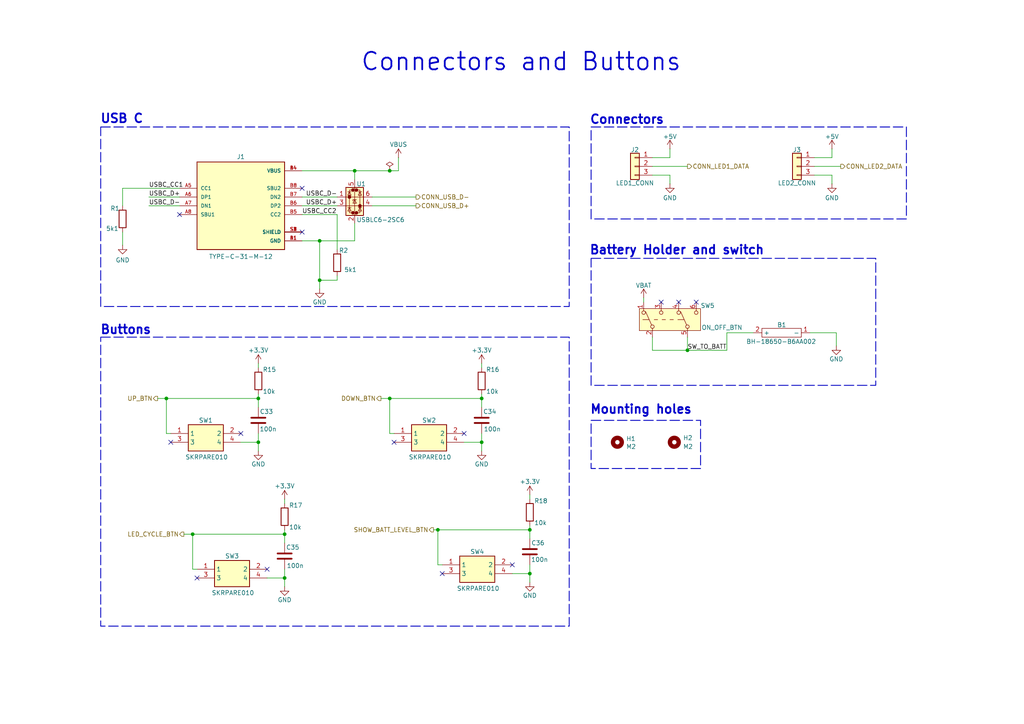
<source format=kicad_sch>
(kicad_sch (version 20250114) (generator "eeschema") (generator_version "9.0")
  (paper "A4")
  (lib_symbols
    (symbol "Connector_Generic:Conn_01x03" (pin_names (offset 1.016) (hide yes))
      (property "Reference" "J" (at 0 5.08 0))
      (property "Value" "Conn_01x03" (at 0 -5.08 0))
      (symbol "Conn_01x03_1_1"
        (rectangle (start -1.27 3.81) (end 1.27 -3.81) (stroke (width 0.254)) (fill (type background)))
        (rectangle (start -1.27 2.667) (end 0 2.413) (stroke (width 0.1524)))
        (rectangle (start -1.27 0.127) (end 0 -0.127) (stroke (width 0.1524)))
        (rectangle (start -1.27 -2.413) (end 0 -2.667) (stroke (width 0.1524)))
        (pin passive line (at -5.08 2.54 0) (length 3.81) (name "Pin_1") (number "1"))
        (pin passive line (at -5.08 0 0) (length 3.81) (name "Pin_2") (number "2"))
        (pin passive line (at -5.08 -2.54 0) (length 3.81) (name "Pin_3") (number "3"))
      )
    )
    (symbol "Device:C" (pin_numbers (hide yes)) (pin_names (offset 0.254))
      (property "Reference" "C" (at 0.635 2.54 0))
      (property "Value" "C" (at 0.635 -2.54 0))
      (symbol "C_0_1"
        (polyline (pts (xy -2.032 0.762) (xy 2.032 0.762)) (stroke (width 0.508)))
        (polyline (pts (xy -2.032 -0.762) (xy 2.032 -0.762)) (stroke (width 0.508)))
      )
      (symbol "C_1_1"
        (pin passive line (at 0 3.81 270) (length 2.794) (name "~") (number "1"))
        (pin passive line (at 0 -3.81 90) (length 2.794) (name "~") (number "2"))
      )
    )
    (symbol "Device:R" (pin_numbers (hide yes)) (pin_names (offset 0))
      (property "Reference" "R" (at 2.032 0 90))
      (property "Value" "R" (at 0 0 90))
      (symbol "R_0_1"
        (rectangle (start -1.016 -2.54) (end 1.016 2.54) (stroke (width 0.254)))
      )
      (symbol "R_1_1"
        (pin passive line (at 0 3.81 270) (length 1.27) (name "~") (number "1"))
        (pin passive line (at 0 -3.81 90) (length 1.27) (name "~") (number "2"))
      )
    )
    (symbol "Mechanical:MountingHole" (pin_names (offset 1.016)) (in_bom no)
      (property "Reference" "H" (at 0 5.08 0))
      (property "Value" "MountingHole" (at 0 3.175 0))
      (symbol "MountingHole_0_1"
        (circle (center 0 0) (radius 1.27) (stroke (width 1.27)))
      )
    )
    (symbol "No silk screen devices:R" (pin_numbers (hide yes)) (pin_names (offset 0))
      (property "Reference" "R" (at 2.032 0 90))
      (property "Value" "R" (at 0 0 90))
      (symbol "R_0_1"
        (rectangle (start -1.016 -2.54) (end 1.016 2.54) (stroke (width 0.254)))
      )
      (symbol "R_1_1"
        (pin passive line (at 0 3.81 270) (length 1.27) (name "~") (number "1"))
        (pin passive line (at 0 -3.81 90) (length 1.27) (name "~") (number "2"))
      )
    )
    (symbol "Power_Protection:USBLC6-2SC6" (pin_names (hide yes))
      (property "Reference" "U" (at 0.635 5.715 0))
      (property "Value" "USBLC6-2SC6" (at 0.635 3.81 0))
      (symbol "USBLC6-2SC6_0_0"
        (circle (center -1.524 0) (radius 0.0001) (stroke (width 0.508)))
        (circle (center -0.508 2.032) (radius 0.0001) (stroke (width 0.508)))
        (circle (center -0.508 -4.572) (radius 0.0001) (stroke (width 0.508)))
        (circle (center 0.508 2.032) (radius 0.0001) (stroke (width 0.508)))
        (circle (center 0.508 -4.572) (radius 0.0001) (stroke (width 0.508)))
        (circle (center 1.524 -2.54) (radius 0.0001) (stroke (width 0.508)))
      )
      (symbol "USBLC6-2SC6_0_1"
        (polyline (pts (xy -2.54 0) (xy 2.54 0)))
        (polyline (pts (xy -2.54 -2.54) (xy 2.54 -2.54)))
        (polyline (pts (xy -2.032 0.508) (xy -1.016 0.508) (xy -1.524 1.524) (xy -2.032 0.508)))
        (polyline (pts (xy -2.032 -3.048) (xy -1.016 -3.048)))
        (polyline (pts (xy -1.016 1.524) (xy -2.032 1.524)))
        (polyline (pts (xy -1.016 -4.064) (xy -2.032 -4.064) (xy -1.524 -3.048) (xy -1.016 -4.064)))
        (polyline (pts (xy -0.508 -1.143) (xy -0.508 -0.762) (xy 0.508 -0.762)))
        (polyline (pts (xy 0 2.54) (xy -0.508 2.032) (xy 0.508 2.032) (xy 0 1.524) (xy 0 -4.064) (xy -0.508 -4.572) (xy 0.508 -4.572) (xy 0 -5.08)))
        (polyline (pts (xy 0.508 -1.778) (xy -0.508 -1.778) (xy 0 -0.762) (xy 0.508 -1.778)))
        (polyline (pts (xy 1.016 1.524) (xy 2.032 1.524)))
        (polyline (pts (xy 1.016 -3.048) (xy 2.032 -3.048)))
        (polyline (pts (xy 2.032 0.508) (xy 1.016 0.508) (xy 1.524 1.524) (xy 2.032 0.508)))
        (polyline (pts (xy 2.032 -4.064) (xy 1.016 -4.064) (xy 1.524 -3.048) (xy 2.032 -4.064)))
      )
      (symbol "USBLC6-2SC6_1_1"
        (rectangle (start -2.54 2.794) (end 2.54 -5.334) (stroke (width 0.254)) (fill (type background)))
        (polyline (pts (xy -0.508 2.032) (xy -1.524 2.032) (xy -1.524 -4.572) (xy -0.508 -4.572)))
        (polyline (pts (xy 0.508 -4.572) (xy 1.524 -4.572) (xy 1.524 2.032) (xy 0.508 2.032)))
        (pin passive line (at -5.08 0 0) (length 2.54) (name "I/O1") (number "1"))
        (pin passive line (at -5.08 -2.54 0) (length 2.54) (name "I/O2") (number "3"))
        (pin passive line (at 0 5.08 270) (length 2.54) (name "VBUS") (number "5"))
        (pin passive line (at 0 -7.62 90) (length 2.54) (name "GND") (number "2"))
        (pin passive line (at 5.08 0 180) (length 2.54) (name "I/O1") (number "6"))
        (pin passive line (at 5.08 -2.54 180) (length 2.54) (name "I/O2") (number "4"))
      )
    )
    (symbol "SKRPARE010_1"
      (property "Reference" "S" (at 16.51 7.62 0))
      (property "Value" "SKRPARE010" (at 16.51 5.08 0))
      (symbol "SKRPARE010_1_1_1"
        (rectangle (start 5.08 2.54) (end 15.24 -5.08) (stroke (width 0.254)) (fill (type background)))
        (pin passive line (at 0 0 0) (length 5.08) (name "1") (number "1"))
        (pin passive line (at 0 -2.54 0) (length 5.08) (name "3") (number "3"))
        (pin passive line (at 20.32 0 180) (length 5.08) (name "2") (number "2"))
        (pin passive line (at 20.32 -2.54 180) (length 5.08) (name "4") (number "4"))
      )
    )
    (symbol "Switch:SW_Push_DPDT" (pin_names (offset 0) (hide yes))
      (property "Reference" "SW" (at 0 10.16 0))
      (property "Value" "SW_Push_DPDT" (at 0 -10.16 0))
      (symbol "SW_Push_DPDT_0_0"
        (circle (center -2.032 5.08) (radius 0.508))
        (circle (center -2.032 -5.08) (radius 0.508))
        (circle (center 2.032 2.54) (radius 0.508))
        (circle (center 2.032 -7.62) (radius 0.508))
      )
      (symbol "SW_Push_DPDT_0_1"
        (polyline (pts (xy -1.524 5.334) (xy 2.3368 7.0612)))
        (polyline (pts (xy -1.524 -4.826) (xy 2.3368 -3.0988)))
        (polyline (pts (xy 0 7.874) (xy 0 6.096)))
        (polyline (pts (xy 0 3.556) (xy 0 4.572)))
        (polyline (pts (xy 0 1.27) (xy 0 2.286)))
        (polyline (pts (xy 0 -1.016) (xy 0 0)))
        (polyline (pts (xy 0 -2.286) (xy 0 -4.064)))
        (circle (center 2.032 7.62) (radius 0.508))
        (circle (center 2.032 -2.54) (radius 0.508))
      )
      (symbol "SW_Push_DPDT_1_1"
        (rectangle (start -3.175 8.89) (end 3.175 -8.89) (fill (type background)))
        (pin passive line (at -5.08 5.08 0) (length 2.54) (name "B") (number "2"))
        (pin passive line (at -5.08 -5.08 0) (length 2.54) (name "B") (number "5"))
        (pin passive line (at 5.08 7.62 180) (length 2.54) (name "A") (number "1"))
        (pin passive line (at 5.08 2.54 180) (length 2.54) (name "C") (number "3"))
        (pin passive line (at 5.08 -2.54 180) (length 2.54) (name "A") (number "4"))
        (pin passive line (at 5.08 -7.62 180) (length 2.54) (name "C") (number "6"))
      )
    )
    (symbol "TYPE-C-31-M-12:TYPE-C-31-M-12" (pin_names (offset 1.016))
      (property "Reference" "J" (at -12.7 13.462 0))
      (property "Value" "TYPE-C-31-M-12" (at -12.7 -13.462 0))
      (symbol "TYPE-C-31-M-12_0_0"
        (rectangle (start -12.7 -12.7) (end 12.7 12.7) (stroke (width 0.254)) (fill (type background)))
        (pin bidirectional line (at -17.78 5.08 0) (length 5.08) (name "CC1") (number "A5"))
        (pin bidirectional line (at -17.78 2.54 0) (length 5.08) (name "DP1") (number "A6"))
        (pin bidirectional line (at -17.78 0 0) (length 5.08) (name "DN1") (number "A7"))
        (pin bidirectional line (at -17.78 -2.54 0) (length 5.08) (name "SBU1") (number "A8"))
        (pin bidirectional line (at 17.78 5.08 180) (length 5.08) (name "SBU2") (number "B8"))
        (pin bidirectional line (at 17.78 2.54 180) (length 5.08) (name "DN2") (number "B7"))
        (pin bidirectional line (at 17.78 0 180) (length 5.08) (name "DP2") (number "B6"))
        (pin bidirectional line (at 17.78 -2.54 180) (length 5.08) (name "CC2") (number "B5"))
        (pin passive line (at 17.78 -7.62 180) (length 5.08) (name "SHIELD") (number "S1"))
        (pin passive line (at 17.78 -7.62 180) (length 5.08) (name "SHIELD") (number "S2"))
        (pin passive line (at 17.78 -7.62 180) (length 5.08) (name "SHIELD") (number "S3"))
        (pin passive line (at 17.78 -7.62 180) (length 5.08) (name "SHIELD") (number "S4"))
      )
      (symbol "TYPE-C-31-M-12_1_0"
        (pin power_in line (at 17.78 10.16 180) (length 5.08) (name "VBUS") (number "A4"))
        (pin power_in line (at 17.78 10.16 180) (length 5.08) (name "VBUS") (number "B4"))
        (pin power_in line (at 17.78 -10.16 180) (length 5.08) (name "GND") (number "A1"))
        (pin power_in line (at 17.78 -10.16 180) (length 5.08) (name "GND") (number "B1"))
      )
    )
    (symbol "personal-library:BH-18650-B1BA002"
      (property "Reference" "B" (at 2.032 4.318 0))
      (property "Value" "BH-18650-B1BA002" (at 2.032 -1.524 90))
      (symbol "BH-18650-B1BA002_0_1"
        (rectangle (start -1.27 5.08) (end 1.27 -6.35))
      )
      (symbol "BH-18650-B1BA002_1_1"
        (pin passive line (at 0 7.62 270) (length 2.54) (name "+") (number "2"))
        (pin passive line (at 0 -8.89 90) (length 2.54) (name "-") (number "1"))
      )
    )
    (symbol "power:+3.3V" (power) (pin_numbers (hide yes)) (pin_names (offset 0) (hide yes))
      (property "Value" "+3.3V" (at 0 3.556 0))
      (symbol "+3.3V_0_1"
        (polyline (pts (xy -0.762 1.27) (xy 0 2.54)))
        (polyline (pts (xy 0 2.54) (xy 0.762 1.27)))
        (polyline (pts (xy 0 0) (xy 0 2.54)))
      )
      (symbol "+3.3V_1_1"
        (pin power_in line (at 0 0 90) (length 0) (name "~") (number "1"))
      )
    )
    (symbol "power:+5V" (power) (pin_numbers (hide yes)) (pin_names (offset 0) (hide yes))
      (property "Value" "+5V" (at 0 3.556 0))
      (symbol "+5V_0_1"
        (polyline (pts (xy -0.762 1.27) (xy 0 2.54)))
        (polyline (pts (xy 0 2.54) (xy 0.762 1.27)))
        (polyline (pts (xy 0 0) (xy 0 2.54)))
      )
      (symbol "+5V_1_1"
        (pin power_in line (at 0 0 90) (length 0) (name "~") (number "1"))
      )
    )
    (symbol "power:GND" (power) (pin_numbers (hide yes)) (pin_names (offset 0) (hide yes))
      (property "Value" "GND" (at 0 -3.81 0))
      (symbol "GND_0_1"
        (polyline (pts (xy 0 0) (xy 0 -1.27) (xy 1.27 -1.27) (xy 0 -2.54) (xy -1.27 -1.27) (xy 0 -1.27)))
      )
      (symbol "GND_1_1"
        (pin power_in line (at 0 0 270) (length 0) (name "~") (number "1"))
      )
    )
    (symbol "power:PWR_FLAG" (power) (pin_numbers (hide yes)) (pin_names (offset 0) (hide yes))
      (property "Value" "PWR_FLAG" (at 0 3.81 0))
      (symbol "PWR_FLAG_0_0"
        (pin power_out line (at 0 0 90) (length 0) (name "~") (number "1"))
      )
      (symbol "PWR_FLAG_0_1"
        (polyline (pts (xy 0 0) (xy 0 1.27) (xy -1.016 1.905) (xy 0 2.54) (xy 1.016 1.905) (xy 0 1.27)))
      )
    )
    (symbol "power:VBUS" (power) (pin_numbers (hide yes)) (pin_names (offset 0) (hide yes))
      (property "Value" "VBUS" (at 0 3.556 0))
      (symbol "VBUS_0_1"
        (polyline (pts (xy -0.762 1.27) (xy 0 2.54)))
        (polyline (pts (xy 0 2.54) (xy 0.762 1.27)))
        (polyline (pts (xy 0 0) (xy 0 2.54)))
      )
      (symbol "VBUS_1_1"
        (pin power_in line (at 0 0 90) (length 0) (name "~") (number "1"))
      )
    )
    (symbol "power:VCC" (power) (pin_numbers (hide yes)) (pin_names (offset 0) (hide yes))
      (property "Value" "VCC" (at 0 3.556 0))
      (symbol "VCC_0_1"
        (polyline (pts (xy -0.762 1.27) (xy 0 2.54)))
        (polyline (pts (xy 0 2.54) (xy 0.762 1.27)))
        (polyline (pts (xy 0 0) (xy 0 2.54)))
      )
      (symbol "VCC_1_1"
        (pin power_in line (at 0 0 90) (length 0) (name "~") (number "1"))
      )
    )
  )
  (rectangle (start 171.45 74.93) (end 254 111.76) (stroke (width 0.254) (type dash)))
  (rectangle (start 29.21 97.79) (end 165.1 181.61) (stroke (width 0.254) (type dash)))
  (rectangle (start 171.45 121.92) (end 203.2 135.89) (stroke (width 0.254) (type dash)))
  (rectangle (start 29.21 36.83) (end 165.1 88.9) (stroke (width 0.254) (type dash)))
  (rectangle (start 171.45 36.83) (end 262.89 63.5) (stroke (width 0.254) (type dash)))
  (text "USB C" (at 28.956 34.544 0) (effects (font (size 2.54 2.54) (thickness 0.508) (bold yes)) (justify left)))
  (text "Mounting holes" (at 185.928 118.872 0) (effects (font (size 2.54 2.54) (thickness 0.508) (bold yes))))
  (text "Battery Holder and switch" (at 196.342 72.644 0) (effects (font (size 2.54 2.54) (thickness 0.508) (bold yes))))
  (text "Buttons" (at 28.956 95.758 0) (effects (font (size 2.54 2.54) (thickness 0.508) (bold yes)) (justify left)))
  (text "Connectors and Buttons" (at 151.13 18.034 0) (effects (font (size 5.08 5.08) (thickness 0.508) (bold yes))))
  (text "Connectors" (at 170.942 34.798 0) (effects (font (size 2.54 2.54) (thickness 0.508) (bold yes)) (justify left)))
  (junction (at 74.93 128.27))
  (junction (at 139.7 115.57))
  (junction (at 48.26 115.57))
  (junction (at 113.03 49.53))
  (junction (at 127 153.67))
  (junction (at 139.7 128.27))
  (junction (at 102.87 49.53))
  (junction (at 74.93 115.57))
  (junction (at 153.67 153.67))
  (junction (at 92.71 81.28))
  (junction (at 199.39 101.6))
  (junction (at 82.55 167.64))
  (junction (at 55.88 154.94))
  (junction (at 113.03 115.57))
  (junction (at 153.67 166.37))
  (junction (at 82.55 154.94))
  (junction (at 92.71 69.85))
  (no_connect (at 87.63 67.31))
  (no_connect (at 69.85 125.73))
  (no_connect (at 52.07 62.23))
  (no_connect (at 77.47 165.1))
  (no_connect (at 196.85 87.63))
  (no_connect (at 57.15 167.64))
  (no_connect (at 201.93 87.63))
  (no_connect (at 49.53 128.27))
  (no_connect (at 114.3 128.27))
  (no_connect (at 128.27 166.37))
  (no_connect (at 191.77 87.63))
  (no_connect (at 87.63 54.61))
  (no_connect (at 148.59 163.83))
  (no_connect (at 134.62 125.73))
  (wire (pts (xy 189.23 45.72) (xy 194.31 45.72)))
  (wire (pts (xy 189.23 50.8) (xy 194.31 50.8)))
  (wire (pts (xy 115.57 49.53) (xy 113.03 49.53)))
  (wire (pts (xy 48.26 125.73) (xy 48.26 115.57)))
  (wire (pts (xy 139.7 105.41) (xy 139.7 106.68)))
  (wire (pts (xy 199.39 97.79) (xy 199.39 101.6)))
  (wire (pts (xy 45.72 115.57) (xy 48.26 115.57)))
  (wire (pts (xy 97.79 81.28) (xy 92.71 81.28)))
  (wire (pts (xy 74.93 128.27) (xy 74.93 130.81)))
  (wire (pts (xy 48.26 115.57) (xy 74.93 115.57)))
  (wire (pts (xy 107.95 57.15) (xy 120.65 57.15)))
  (wire (pts (xy 113.03 125.73) (xy 113.03 115.57)))
  (wire (pts (xy 102.87 64.77) (xy 102.87 69.85)))
  (wire (pts (xy 153.67 166.37) (xy 153.67 163.83)))
  (wire (pts (xy 74.93 114.3) (xy 74.93 115.57)))
  (wire (pts (xy 69.85 128.27) (xy 74.93 128.27)))
  (wire (pts (xy 102.87 69.85) (xy 92.71 69.85)))
  (wire (pts (xy 82.55 153.67) (xy 82.55 154.94)))
  (wire (pts (xy 110.49 115.57) (xy 113.03 115.57)))
  (wire (pts (xy 49.53 125.73) (xy 48.26 125.73)))
  (wire (pts (xy 236.22 45.72) (xy 241.3 45.72)))
  (wire (pts (xy 242.57 96.52) (xy 242.57 100.33)))
  (wire (pts (xy 153.67 143.51) (xy 153.67 144.78)))
  (wire (pts (xy 114.3 125.73) (xy 113.03 125.73)))
  (wire (pts (xy 153.67 153.67) (xy 153.67 156.21)))
  (wire (pts (xy 139.7 115.57) (xy 139.7 118.11)))
  (wire (pts (xy 74.93 128.27) (xy 74.93 125.73)))
  (wire (pts (xy 128.27 163.83) (xy 127 163.83)))
  (wire (pts (xy 236.22 50.8) (xy 241.3 50.8)))
  (wire (pts (xy 234.95 96.52) (xy 242.57 96.52)))
  (wire (pts (xy 127 153.67) (xy 153.67 153.67)))
  (wire (pts (xy 189.23 48.26) (xy 199.39 48.26)))
  (wire (pts (xy 55.88 154.94) (xy 82.55 154.94)))
  (wire (pts (xy 43.18 59.69) (xy 52.07 59.69)))
  (wire (pts (xy 35.56 71.12) (xy 35.56 67.31)))
  (wire (pts (xy 92.71 69.85) (xy 92.71 81.28)))
  (wire (pts (xy 199.39 101.6) (xy 210.82 101.6)))
  (wire (pts (xy 87.63 69.85) (xy 92.71 69.85)))
  (wire (pts (xy 113.03 115.57) (xy 139.7 115.57)))
  (wire (pts (xy 82.55 154.94) (xy 82.55 157.48)))
  (wire (pts (xy 82.55 167.64) (xy 82.55 170.18)))
  (wire (pts (xy 210.82 101.6) (xy 210.82 96.52)))
  (wire (pts (xy 241.3 50.8) (xy 241.3 53.34)))
  (wire (pts (xy 148.59 166.37) (xy 153.67 166.37)))
  (wire (pts (xy 210.82 96.52) (xy 218.44 96.52)))
  (wire (pts (xy 102.87 49.53) (xy 102.87 52.07)))
  (wire (pts (xy 153.67 152.4) (xy 153.67 153.67)))
  (wire (pts (xy 153.67 166.37) (xy 153.67 168.91)))
  (wire (pts (xy 127 163.83) (xy 127 153.67)))
  (wire (pts (xy 55.88 165.1) (xy 55.88 154.94)))
  (wire (pts (xy 194.31 45.72) (xy 194.31 43.18)))
  (wire (pts (xy 52.07 54.61) (xy 35.56 54.61)))
  (wire (pts (xy 74.93 105.41) (xy 74.93 106.68)))
  (wire (pts (xy 189.23 97.79) (xy 189.23 101.6)))
  (wire (pts (xy 82.55 167.64) (xy 82.55 165.1)))
  (wire (pts (xy 194.31 50.8) (xy 194.31 53.34)))
  (wire (pts (xy 236.22 48.26) (xy 243.84 48.26)))
  (wire (pts (xy 139.7 114.3) (xy 139.7 115.57)))
  (wire (pts (xy 139.7 128.27) (xy 139.7 125.73)))
  (wire (pts (xy 107.95 59.69) (xy 120.65 59.69)))
  (wire (pts (xy 102.87 49.53) (xy 113.03 49.53)))
  (wire (pts (xy 134.62 128.27) (xy 139.7 128.27)))
  (wire (pts (xy 189.23 101.6) (xy 199.39 101.6)))
  (wire (pts (xy 87.63 57.15) (xy 97.79 57.15)))
  (wire (pts (xy 115.57 45.72) (xy 115.57 49.53)))
  (wire (pts (xy 74.93 115.57) (xy 74.93 118.11)))
  (wire (pts (xy 35.56 54.61) (xy 35.56 59.69)))
  (wire (pts (xy 97.79 62.23) (xy 97.79 72.39)))
  (wire (pts (xy 82.55 144.78) (xy 82.55 146.05)))
  (wire (pts (xy 57.15 165.1) (xy 55.88 165.1)))
  (wire (pts (xy 87.63 62.23) (xy 97.79 62.23)))
  (wire (pts (xy 241.3 45.72) (xy 241.3 43.18)))
  (wire (pts (xy 53.34 154.94) (xy 55.88 154.94)))
  (wire (pts (xy 43.18 57.15) (xy 52.07 57.15)))
  (wire (pts (xy 97.79 80.01) (xy 97.79 81.28)))
  (wire (pts (xy 102.87 49.53) (xy 87.63 49.53)))
  (wire (pts (xy 77.47 167.64) (xy 82.55 167.64)))
  (wire (pts (xy 186.69 86.36) (xy 186.69 87.63)))
  (wire (pts (xy 87.63 59.69) (xy 97.79 59.69)))
  (wire (pts (xy 139.7 128.27) (xy 139.7 130.81)))
  (wire (pts (xy 92.71 81.28) (xy 92.71 83.82)))
  (wire (pts (xy 125.73 153.67) (xy 127 153.67)))
  (label "USBC_D-" (at 97.79 57.15 180))
  (label "USBC_CC1" (at 43.18 54.61 0))
  (label "SW_TO_BATT" (at 199.39 101.6 0))
  (label "USBC_D+" (at 97.79 59.69 180))
  (label "USBC_D-" (at 43.18 59.69 0))
  (label "USBC_D+" (at 43.18 57.15 0))
  (label "USBC_CC2" (at 87.63 62.23 0))
  (hierarchical_label "CONN_USB_D-" (shape output) (at 120.65 57.15 0))
  (hierarchical_label "UP_BTN" (shape output) (at 45.72 115.57 180))
  (hierarchical_label "DOWN_BTN" (shape output) (at 110.49 115.57 180))
  (hierarchical_label "CONN_USB_D+" (shape output) (at 120.65 59.69 0))
  (hierarchical_label "LED_CYCLE_BTN" (shape output) (at 53.34 154.94 180))
  (hierarchical_label "CONN_LED1_DATA" (shape output) (at 199.39 48.26 0))
  (hierarchical_label "SHOW_BATT_LEVEL_BTN" (shape output) (at 125.73 153.67 180))
  (hierarchical_label "CONN_LED2_DATA" (shape output) (at 243.84 48.26 0))
  (symbol (lib_id "No silk screen devices:R") (at 153.67 148.59 0) (unit 1)
    (property "Reference" "R18" (at 154.94 145.288 0) (effects (justify left)))
    (property "Value" "10k" (at 154.94 151.638 0) (effects (justify left)))
    (property "Footprint" "No_silkscreen:R_0402_1005Metric" (effects (hide yes)))
    (property "Description" "Resistor" (effects (hide yes)))
  )
  (symbol (lib_id "power:GND") (at 153.67 168.91 0) (unit 1)
    (property "Reference" "#PWR08" (effects (hide yes)))
    (property "Value" "GND" (at 153.67 172.72 0))
    (property "Description" "Power symbol creates a global label with name \"GND\" , ground" (effects (hide yes)))
  )
  (symbol (lib_id "power:GND") (at 242.57 100.33 0) (unit 1)
    (property "Reference" "#PWR0106" (effects (hide yes)))
    (property "Value" "GND" (at 242.57 104.14 0))
    (property "Description" "Power symbol creates a global label with name \"GND\" , ground" (effects (hide yes)))
  )
  (symbol (lib_id "Device:C") (at 139.7 121.92 180) (unit 1)
    (property "Reference" "C34" (at 144.018 119.38 0) (effects (justify left)))
    (property "Value" "100n" (at 145.288 124.46 0) (effects (justify left)))
    (property "Footprint" "No_silkscreen:C_0402_1005Metric" (effects (hide yes)))
    (property "Description" "CC0402KRX7R8BB104" (effects (hide yes)))
  )
  (symbol (lib_name "SKRPARE010_1") (lib_id "SKRPARE010:SKRPARE010") (at 49.53 125.73 0) (unit 1)
    (property "Reference" "SW1" (at 59.69 121.92 0))
    (property "Value" "SKRPARE010" (at 59.944 132.588 0))
    (property "Footprint" "SKRPARE010:SKRPARE010" (effects (hide yes)))
    (property "Datasheet" "https://tech.alpsalpine.com/e/products/detail/SKRPARE010/" (effects (hide yes)))
    (property "Description" "Tactile Switches F=5N ,100M min. 100V DC for 1 min. 250V AC for 1 min. 50mA 16V DC , -40 to +90" (effects (hide yes)))
    (property "Height" "2.5" (effects (hide yes)))
    (property "Mouser Part Number" "688-SKRPARE010" (effects (hide yes)))
    (property "Mouser Price/Stock" "https://www.mouser.co.uk/ProductDetail/Alps-Alpine/SKRPARE010?qs=w%2Fv1CP2dgqqtJ13ywv6BaA%3D%3D" (effects (hide yes)))
    (property "Manufacturer_Name" "ALPS Electric" (effects (hide yes)))
    (property "Manufacturer_Part_Number" "SKRPARE010" (effects (hide yes)))
  )
  (symbol (lib_name "SKRPARE010_1") (lib_id "SKRPARE010:SKRPARE010") (at 114.3 125.73 0) (unit 1)
    (property "Reference" "SW2" (at 124.46 121.92 0))
    (property "Value" "SKRPARE010" (at 124.714 132.588 0))
    (property "Footprint" "SKRPARE010:SKRPARE010" (effects (hide yes)))
    (property "Datasheet" "https://tech.alpsalpine.com/e/products/detail/SKRPARE010/" (effects (hide yes)))
    (property "Description" "Tactile Switches F=5N ,100M min. 100V DC for 1 min. 250V AC for 1 min. 50mA 16V DC , -40 to +90" (effects (hide yes)))
    (property "Height" "2.5" (effects (hide yes)))
    (property "Mouser Part Number" "688-SKRPARE010" (effects (hide yes)))
    (property "Mouser Price/Stock" "https://www.mouser.co.uk/ProductDetail/Alps-Alpine/SKRPARE010?qs=w%2Fv1CP2dgqqtJ13ywv6BaA%3D%3D" (effects (hide yes)))
    (property "Manufacturer_Name" "ALPS Electric" (effects (hide yes)))
    (property "Manufacturer_Part_Number" "SKRPARE010" (effects (hide yes)))
  )
  (symbol (lib_name "SKRPARE010_1") (lib_id "SKRPARE010:SKRPARE010") (at 128.27 163.83 0) (unit 1)
    (property "Reference" "SW4" (at 138.43 160.02 0))
    (property "Value" "SKRPARE010" (at 138.684 170.688 0))
    (property "Footprint" "SKRPARE010:SKRPARE010" (effects (hide yes)))
    (property "Datasheet" "https://tech.alpsalpine.com/e/products/detail/SKRPARE010/" (effects (hide yes)))
    (property "Description" "Tactile Switches F=5N ,100M min. 100V DC for 1 min. 250V AC for 1 min. 50mA 16V DC , -40 to +90" (effects (hide yes)))
    (property "Height" "2.5" (effects (hide yes)))
    (property "Mouser Part Number" "688-SKRPARE010" (effects (hide yes)))
    (property "Mouser Price/Stock" "https://www.mouser.co.uk/ProductDetail/Alps-Alpine/SKRPARE010?qs=w%2Fv1CP2dgqqtJ13ywv6BaA%3D%3D" (effects (hide yes)))
    (property "Manufacturer_Name" "ALPS Electric" (effects (hide yes)))
    (property "Manufacturer_Part_Number" "SKRPARE010" (effects (hide yes)))
  )
  (symbol (lib_id "TYPE-C-31-M-12:TYPE-C-31-M-12") (at 69.85 59.69 0) (unit 1)
    (property "Reference" "J1" (at 69.85 45.466 0))
    (property "Value" "TYPE-C-31-M-12" (at 69.85 74.422 0))
    (property "Footprint" "TYPE-C-31-M-12:HRO_TYPE-C-31-M-12" (effects (hide yes)))
    (property "MF" "HRO Electronics Co., Ltd." (effects (hide yes)))
    (property "MAXIMUM_PACKAGE_HEIGHT" "3.26 mm" (effects (hide yes)))
    (property "Package" "Package" (effects (hide yes)))
    (property "Price" "None" (effects (hide yes)))
    (property "Check_prices" "https://www.snapeda.com/parts/TYPE-C-31-M-12/HRO+Electronics+Co.%252C+Ltd./view-part/?ref=eda" (effects (hide yes)))
    (property "STANDARD" "Manufacturer Recommendations" (effects (hide yes)))
    (property "PARTREV" "2020.12.08" (effects (hide yes)))
    (property "SnapEDA_Link" "https://www.snapeda.com/parts/TYPE-C-31-M-12/HRO+Electronics+Co.%252C+Ltd./view-part/?ref=snap" (effects (hide yes)))
    (property "MP" "TYPE-C-31-M-12" (effects (hide yes)))
    (property "Description_1" "USB Connectors 24 Receptacle 1 8.94*7.3mm RoHS" (effects (hide yes)))
    (property "SNAPEDA_PN" "TYPE-C-31-M-12" (effects (hide yes)))
    (property "Availability" "Not in stock" (effects (hide yes)))
    (property "MANUFACTURER" "HRO Electronics Co., Ltd." (effects (hide yes)))
  )
  (symbol (lib_id "power:GND") (at 139.7 130.81 0) (unit 1)
    (property "Reference" "#PWR04" (effects (hide yes)))
    (property "Value" "GND" (at 139.7 134.62 0))
    (property "Description" "Power symbol creates a global label with name \"GND\" , ground" (effects (hide yes)))
  )
  (symbol (lib_id "power:GND") (at 194.31 53.34 0) (unit 1)
    (property "Reference" "#PWR0137" (effects (hide yes)))
    (property "Value" "GND" (at 194.31 57.404 0))
    (property "Description" "Power symbol creates a global label with name \"GND\" , ground" (effects (hide yes)))
  )
  (symbol (lib_id "Mechanical:MountingHole") (at 179.07 128.27 0) (unit 1) (in_bom no)
    (property "Reference" "H1" (at 181.61 127.254 0) (effects (justify left)))
    (property "Value" "M2" (at 181.61 129.5399 0) (effects (justify left)))
    (property "Footprint" "MountingHole:MountingHole_2.2mm_M2_DIN965_Pad" (effects (hide yes)))
    (property "Description" "Mounting Hole without connection" (effects (hide yes)))
  )
  (symbol (lib_id "Power_Protection:USBLC6-2SC6") (at 102.87 57.15 0) (unit 1)
    (property "Reference" "U1" (at 103.378 53.34 0) (effects (justify left)))
    (property "Value" "USBLC6-2SC6" (at 103.378 63.754 0) (effects (justify left)))
    (property "Footprint" "Package_TO_SOT_SMD:SOT-23-6" (effects (hide yes)))
    (property "Datasheet" "https://www.st.com/resource/en/datasheet/usblc6-2.pdf" (effects (hide yes)))
    (property "Description" "Very low capacitance ESD protection diode, 2 data-line, SOT-23-6" (effects (hide yes)))
  )
  (symbol (lib_id "power:GND") (at 74.93 130.81 0) (unit 1)
    (property "Reference" "#PWR014" (effects (hide yes)))
    (property "Value" "GND" (at 74.93 134.62 0))
    (property "Description" "Power symbol creates a global label with name \"GND\" , ground" (effects (hide yes)))
  )
  (symbol (lib_id "No silk screen devices:R") (at 139.7 110.49 0) (unit 1)
    (property "Reference" "R16" (at 140.97 107.188 0) (effects (justify left)))
    (property "Value" "10k" (at 140.97 113.538 0) (effects (justify left)))
    (property "Footprint" "No_silkscreen:R_0402_1005Metric" (effects (hide yes)))
    (property "Description" "Resistor" (effects (hide yes)))
  )
  (symbol (lib_id "personal-library:BH-18650-B1BA002") (at 226.06 96.52 90) (unit 1)
    (property "Reference" "B1" (at 228.092 94.234 90) (effects (justify left)))
    (property "Value" "BH-18650-B6AA002" (at 236.728 99.06 90) (effects (justify left)))
    (property "Footprint" "Personal library:BH-18650-B1BA002" (effects (hide yes)))
  )
  (symbol (lib_name "SKRPARE010_1") (lib_id "SKRPARE010:SKRPARE010") (at 57.15 165.1 0) (unit 1)
    (property "Reference" "SW3" (at 67.31 161.29 0))
    (property "Value" "SKRPARE010" (at 67.564 171.958 0))
    (property "Footprint" "SKRPARE010:SKRPARE010" (effects (hide yes)))
    (property "Datasheet" "https://tech.alpsalpine.com/e/products/detail/SKRPARE010/" (effects (hide yes)))
    (property "Description" "Tactile Switches F=5N ,100M min. 100V DC for 1 min. 250V AC for 1 min. 50mA 16V DC , -40 to +90" (effects (hide yes)))
    (property "Height" "2.5" (effects (hide yes)))
    (property "Mouser Part Number" "688-SKRPARE010" (effects (hide yes)))
    (property "Mouser Price/Stock" "https://www.mouser.co.uk/ProductDetail/Alps-Alpine/SKRPARE010?qs=w%2Fv1CP2dgqqtJ13ywv6BaA%3D%3D" (effects (hide yes)))
    (property "Manufacturer_Name" "ALPS Electric" (effects (hide yes)))
    (property "Manufacturer_Part_Number" "SKRPARE010" (effects (hide yes)))
  )
  (symbol (lib_id "Switch:SW_Push_DPDT") (at 194.31 92.71 90) (unit 1)
    (property "Reference" "SW5" (at 203.2 88.646 90) (effects (justify right)))
    (property "Value" "ON_OFF_BTN" (at 203.454 94.996 90) (effects (justify right)))
    (property "Footprint" "Personal library:YIYUAN_YTSPS-22E59NL2" (effects (hide yes)))
    (property "Description" "Momentary Switch, dual pole double throw" (effects (hide yes)))
  )
  (symbol (lib_id "power:VCC") (at 186.69 86.36 0) (unit 1)
    (property "Reference" "#PWR0104" (effects (hide yes)))
    (property "Value" "VBAT" (at 186.69 82.804 0))
    (property "Description" "Power symbol creates a global label with name \"VCC\"" (effects (hide yes)))
  )
  (symbol (lib_id "Device:C") (at 153.67 160.02 180) (unit 1)
    (property "Reference" "C36" (at 157.988 157.48 0) (effects (justify left)))
    (property "Value" "100n" (at 159.004 162.306 0) (effects (justify left)))
    (property "Footprint" "No_silkscreen:C_0402_1005Metric" (effects (hide yes)))
    (property "Description" "CC0402KRX7R8BB104" (effects (hide yes)))
  )
  (symbol (lib_id "Device:R") (at 97.79 76.2 0) (unit 1)
    (property "Reference" "R2" (at 98.298 72.644 0) (effects (justify left)))
    (property "Value" "5k1" (at 99.822 78.232 0) (effects (justify left)))
    (property "Footprint" "No_silkscreen:R_0402_1005Metric" (effects (hide yes)))
    (property "Description" "Resistor" (effects (hide yes)))
  )
  (symbol (lib_id "Device:C") (at 82.55 161.29 180) (unit 1)
    (property "Reference" "C35" (at 86.868 158.75 0) (effects (justify left)))
    (property "Value" "100n" (at 88.138 164.084 0) (effects (justify left)))
    (property "Footprint" "No_silkscreen:C_0402_1005Metric" (effects (hide yes)))
    (property "Description" "CC0402KRX7R8BB104" (effects (hide yes)))
  )
  (symbol (lib_id "power:+3.3V") (at 139.7 105.41 0) (unit 1)
    (property "Reference" "#PWR03" (effects (hide yes)))
    (property "Value" "+3.3V" (at 139.7 101.6 0))
    (property "Description" "Power symbol creates a global label with name \"+3.3V\"" (effects (hide yes)))
  )
  (symbol (lib_id "No silk screen devices:R") (at 74.93 110.49 0) (unit 1)
    (property "Reference" "R15" (at 76.2 107.188 0) (effects (justify left)))
    (property "Value" "10k" (at 76.2 113.538 0) (effects (justify left)))
    (property "Footprint" "No_silkscreen:R_0402_1005Metric" (effects (hide yes)))
    (property "Description" "Resistor" (effects (hide yes)))
  )
  (symbol (lib_id "power:GND") (at 92.71 83.82 0) (unit 1)
    (property "Reference" "#PWR0134" (effects (hide yes)))
    (property "Value" "GND" (at 92.71 87.63 0))
    (property "Description" "Power symbol creates a global label with name \"GND\" , ground" (effects (hide yes)))
  )
  (symbol (lib_id "Connector_Generic:Conn_01x03") (at 231.14 48.26 0) (mirror y) (unit 1)
    (property "Reference" "J3" (at 231.14 43.434 0))
    (property "Value" "LED2_CONN" (at 231.14 53.086 0))
    (property "Footprint" "Connector_JST:JST_PH_S3B-PH-K_1x03_P2.00mm_Horizontal" (effects (hide yes)))
    (property "Description" "Generic connector, single row, 01x03, script generated (kicad-library-utils/schlib/autogen/connector/)" (effects (hide yes)))
  )
  (symbol (lib_id "Connector_Generic:Conn_01x03") (at 184.15 48.26 0) (mirror y) (unit 1)
    (property "Reference" "J2" (at 184.15 43.434 0))
    (property "Value" "LED1_CONN" (at 184.15 53.086 0))
    (property "Footprint" "Connector_JST:JST_PH_S3B-PH-K_1x03_P2.00mm_Horizontal" (effects (hide yes)))
    (property "Description" "Generic connector, single row, 01x03, script generated (kicad-library-utils/schlib/autogen/connector/)" (effects (hide yes)))
  )
  (symbol (lib_id "power:+3.3V") (at 82.55 144.78 0) (unit 1)
    (property "Reference" "#PWR05" (effects (hide yes)))
    (property "Value" "+3.3V" (at 82.55 140.97 0))
    (property "Description" "Power symbol creates a global label with name \"+3.3V\"" (effects (hide yes)))
  )
  (symbol (lib_id "Device:R") (at 35.56 63.5 0) (unit 1)
    (property "Reference" "R1" (at 32.004 60.452 0) (effects (justify left)))
    (property "Value" "5k1" (at 30.734 66.294 0) (effects (justify left)))
    (property "Footprint" "No_silkscreen:R_0402_1005Metric" (effects (hide yes)))
    (property "Description" "Resistor" (effects (hide yes)))
  )
  (symbol (lib_id "power:GND") (at 82.55 170.18 0) (unit 1)
    (property "Reference" "#PWR06" (effects (hide yes)))
    (property "Value" "GND" (at 82.55 173.99 0))
    (property "Description" "Power symbol creates a global label with name \"GND\" , ground" (effects (hide yes)))
  )
  (symbol (lib_id "power:+5V") (at 194.31 43.18 0) (unit 1)
    (property "Reference" "#PWR0138" (effects (hide yes)))
    (property "Value" "+5V" (at 194.31 39.624 0))
    (property "Description" "Power symbol creates a global label with name \"+5V\"" (effects (hide yes)))
  )
  (symbol (lib_id "Device:C") (at 74.93 121.92 180) (unit 1)
    (property "Reference" "C33" (at 79.248 119.38 0) (effects (justify left)))
    (property "Value" "100n" (at 80.264 124.46 0) (effects (justify left)))
    (property "Footprint" "No_silkscreen:C_0402_1005Metric" (effects (hide yes)))
    (property "Description" "CC0402KRX7R8BB104" (effects (hide yes)))
  )
  (symbol (lib_id "power:+5V") (at 241.3 43.18 0) (unit 1)
    (property "Reference" "#PWR0136" (effects (hide yes)))
    (property "Value" "+5V" (at 241.3 39.624 0))
    (property "Description" "Power symbol creates a global label with name \"+5V\"" (effects (hide yes)))
  )
  (symbol (lib_id "Mechanical:MountingHole") (at 195.58 128.27 0) (unit 1) (in_bom no)
    (property "Reference" "H2" (at 198.12 126.9999 0) (effects (justify left)))
    (property "Value" "M2" (at 198.12 129.5399 0) (effects (justify left)))
    (property "Footprint" "MountingHole:MountingHole_2.2mm_M2_DIN965_Pad" (effects (hide yes)))
    (property "Description" "Mounting Hole without connection" (effects (hide yes)))
  )
  (symbol (lib_id "power:+3.3V") (at 74.93 105.41 0) (unit 1)
    (property "Reference" "#PWR013" (effects (hide yes)))
    (property "Value" "+3.3V" (at 74.93 101.6 0))
    (property "Description" "Power symbol creates a global label with name \"+3.3V\"" (effects (hide yes)))
  )
  (symbol (lib_id "power:+3.3V") (at 153.67 143.51 0) (unit 1)
    (property "Reference" "#PWR07" (effects (hide yes)))
    (property "Value" "+3.3V" (at 153.67 139.7 0))
    (property "Description" "Power symbol creates a global label with name \"+3.3V\"" (effects (hide yes)))
  )
  (symbol (lib_id "power:PWR_FLAG") (at 113.03 49.53 0) (unit 1)
    (property "Reference" "#FLG02" (effects (hide yes)))
    (property "Value" "PWR_FLAG" (effects (hide yes)))
    (property "Description" "Special symbol for telling ERC where power comes from" (effects (hide yes)))
  )
  (symbol (lib_id "power:VBUS") (at 115.57 45.72 0) (unit 1)
    (property "Reference" "#PWR0131" (effects (hide yes)))
    (property "Value" "VBUS" (at 115.57 41.91 0))
    (property "Description" "Power symbol creates a global label with name \"VBUS\"" (effects (hide yes)))
  )
  (symbol (lib_id "No silk screen devices:R") (at 82.55 149.86 0) (unit 1)
    (property "Reference" "R17" (at 83.82 146.558 0) (effects (justify left)))
    (property "Value" "10k" (at 83.82 152.908 0) (effects (justify left)))
    (property "Footprint" "No_silkscreen:R_0402_1005Metric" (effects (hide yes)))
    (property "Description" "Resistor" (effects (hide yes)))
  )
  (symbol (lib_id "power:GND") (at 35.56 71.12 0) (unit 1)
    (property "Reference" "#PWR0135" (effects (hide yes)))
    (property "Value" "GND" (at 35.56 75.438 0))
    (property "Description" "Power symbol creates a global label with name \"GND\" , ground" (effects (hide yes)))
  )
  (symbol (lib_id "power:GND") (at 241.3 53.34 0) (unit 1)
    (property "Reference" "#PWR0133" (effects (hide yes)))
    (property "Value" "GND" (at 241.3 57.404 0))
    (property "Description" "Power symbol creates a global label with name \"GND\" , ground" (effects (hide yes)))
  )
)
</source>
